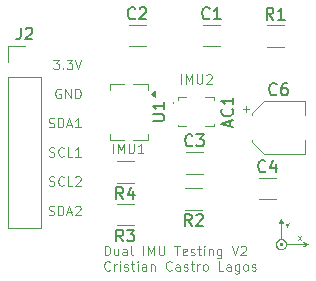
<source format=gbr>
%TF.GenerationSoftware,KiCad,Pcbnew,9.0.6*%
%TF.CreationDate,2026-01-27T06:15:12-03:00*%
%TF.ProjectId,dual IMU_moduleV2,6475616c-2049-44d5-955f-6d6f64756c65,rev?*%
%TF.SameCoordinates,Original*%
%TF.FileFunction,Legend,Top*%
%TF.FilePolarity,Positive*%
%FSLAX46Y46*%
G04 Gerber Fmt 4.6, Leading zero omitted, Abs format (unit mm)*
G04 Created by KiCad (PCBNEW 9.0.6) date 2026-01-27 06:15:12*
%MOMM*%
%LPD*%
G01*
G04 APERTURE LIST*
%ADD10C,0.100000*%
%ADD11C,0.150000*%
%ADD12C,0.120000*%
%ADD13C,0.000000*%
G04 APERTURE END LIST*
D10*
X134576265Y-91558940D02*
X134576265Y-90758940D01*
X134576265Y-90758940D02*
X134766741Y-90758940D01*
X134766741Y-90758940D02*
X134881027Y-90797035D01*
X134881027Y-90797035D02*
X134957217Y-90873225D01*
X134957217Y-90873225D02*
X134995312Y-90949416D01*
X134995312Y-90949416D02*
X135033408Y-91101797D01*
X135033408Y-91101797D02*
X135033408Y-91216083D01*
X135033408Y-91216083D02*
X134995312Y-91368464D01*
X134995312Y-91368464D02*
X134957217Y-91444654D01*
X134957217Y-91444654D02*
X134881027Y-91520845D01*
X134881027Y-91520845D02*
X134766741Y-91558940D01*
X134766741Y-91558940D02*
X134576265Y-91558940D01*
X135719122Y-91025606D02*
X135719122Y-91558940D01*
X135376265Y-91025606D02*
X135376265Y-91444654D01*
X135376265Y-91444654D02*
X135414360Y-91520845D01*
X135414360Y-91520845D02*
X135490550Y-91558940D01*
X135490550Y-91558940D02*
X135604836Y-91558940D01*
X135604836Y-91558940D02*
X135681027Y-91520845D01*
X135681027Y-91520845D02*
X135719122Y-91482749D01*
X136442932Y-91558940D02*
X136442932Y-91139892D01*
X136442932Y-91139892D02*
X136404837Y-91063702D01*
X136404837Y-91063702D02*
X136328646Y-91025606D01*
X136328646Y-91025606D02*
X136176265Y-91025606D01*
X136176265Y-91025606D02*
X136100075Y-91063702D01*
X136442932Y-91520845D02*
X136366741Y-91558940D01*
X136366741Y-91558940D02*
X136176265Y-91558940D01*
X136176265Y-91558940D02*
X136100075Y-91520845D01*
X136100075Y-91520845D02*
X136061979Y-91444654D01*
X136061979Y-91444654D02*
X136061979Y-91368464D01*
X136061979Y-91368464D02*
X136100075Y-91292273D01*
X136100075Y-91292273D02*
X136176265Y-91254178D01*
X136176265Y-91254178D02*
X136366741Y-91254178D01*
X136366741Y-91254178D02*
X136442932Y-91216083D01*
X136938170Y-91558940D02*
X136861980Y-91520845D01*
X136861980Y-91520845D02*
X136823885Y-91444654D01*
X136823885Y-91444654D02*
X136823885Y-90758940D01*
X137852457Y-91558940D02*
X137852457Y-90758940D01*
X138233409Y-91558940D02*
X138233409Y-90758940D01*
X138233409Y-90758940D02*
X138500075Y-91330368D01*
X138500075Y-91330368D02*
X138766742Y-90758940D01*
X138766742Y-90758940D02*
X138766742Y-91558940D01*
X139147695Y-90758940D02*
X139147695Y-91406559D01*
X139147695Y-91406559D02*
X139185790Y-91482749D01*
X139185790Y-91482749D02*
X139223885Y-91520845D01*
X139223885Y-91520845D02*
X139300076Y-91558940D01*
X139300076Y-91558940D02*
X139452457Y-91558940D01*
X139452457Y-91558940D02*
X139528647Y-91520845D01*
X139528647Y-91520845D02*
X139566742Y-91482749D01*
X139566742Y-91482749D02*
X139604838Y-91406559D01*
X139604838Y-91406559D02*
X139604838Y-90758940D01*
X140481028Y-90758940D02*
X140938171Y-90758940D01*
X140709599Y-91558940D02*
X140709599Y-90758940D01*
X141509600Y-91520845D02*
X141433409Y-91558940D01*
X141433409Y-91558940D02*
X141281028Y-91558940D01*
X141281028Y-91558940D02*
X141204838Y-91520845D01*
X141204838Y-91520845D02*
X141166742Y-91444654D01*
X141166742Y-91444654D02*
X141166742Y-91139892D01*
X141166742Y-91139892D02*
X141204838Y-91063702D01*
X141204838Y-91063702D02*
X141281028Y-91025606D01*
X141281028Y-91025606D02*
X141433409Y-91025606D01*
X141433409Y-91025606D02*
X141509600Y-91063702D01*
X141509600Y-91063702D02*
X141547695Y-91139892D01*
X141547695Y-91139892D02*
X141547695Y-91216083D01*
X141547695Y-91216083D02*
X141166742Y-91292273D01*
X141852456Y-91520845D02*
X141928647Y-91558940D01*
X141928647Y-91558940D02*
X142081028Y-91558940D01*
X142081028Y-91558940D02*
X142157218Y-91520845D01*
X142157218Y-91520845D02*
X142195314Y-91444654D01*
X142195314Y-91444654D02*
X142195314Y-91406559D01*
X142195314Y-91406559D02*
X142157218Y-91330368D01*
X142157218Y-91330368D02*
X142081028Y-91292273D01*
X142081028Y-91292273D02*
X141966742Y-91292273D01*
X141966742Y-91292273D02*
X141890552Y-91254178D01*
X141890552Y-91254178D02*
X141852456Y-91177987D01*
X141852456Y-91177987D02*
X141852456Y-91139892D01*
X141852456Y-91139892D02*
X141890552Y-91063702D01*
X141890552Y-91063702D02*
X141966742Y-91025606D01*
X141966742Y-91025606D02*
X142081028Y-91025606D01*
X142081028Y-91025606D02*
X142157218Y-91063702D01*
X142423885Y-91025606D02*
X142728647Y-91025606D01*
X142538171Y-90758940D02*
X142538171Y-91444654D01*
X142538171Y-91444654D02*
X142576266Y-91520845D01*
X142576266Y-91520845D02*
X142652456Y-91558940D01*
X142652456Y-91558940D02*
X142728647Y-91558940D01*
X142995314Y-91558940D02*
X142995314Y-91025606D01*
X142995314Y-90758940D02*
X142957218Y-90797035D01*
X142957218Y-90797035D02*
X142995314Y-90835130D01*
X142995314Y-90835130D02*
X143033409Y-90797035D01*
X143033409Y-90797035D02*
X142995314Y-90758940D01*
X142995314Y-90758940D02*
X142995314Y-90835130D01*
X143376266Y-91025606D02*
X143376266Y-91558940D01*
X143376266Y-91101797D02*
X143414361Y-91063702D01*
X143414361Y-91063702D02*
X143490551Y-91025606D01*
X143490551Y-91025606D02*
X143604837Y-91025606D01*
X143604837Y-91025606D02*
X143681028Y-91063702D01*
X143681028Y-91063702D02*
X143719123Y-91139892D01*
X143719123Y-91139892D02*
X143719123Y-91558940D01*
X144442933Y-91025606D02*
X144442933Y-91673225D01*
X144442933Y-91673225D02*
X144404838Y-91749416D01*
X144404838Y-91749416D02*
X144366742Y-91787511D01*
X144366742Y-91787511D02*
X144290552Y-91825606D01*
X144290552Y-91825606D02*
X144176266Y-91825606D01*
X144176266Y-91825606D02*
X144100076Y-91787511D01*
X144442933Y-91520845D02*
X144366742Y-91558940D01*
X144366742Y-91558940D02*
X144214361Y-91558940D01*
X144214361Y-91558940D02*
X144138171Y-91520845D01*
X144138171Y-91520845D02*
X144100076Y-91482749D01*
X144100076Y-91482749D02*
X144061980Y-91406559D01*
X144061980Y-91406559D02*
X144061980Y-91177987D01*
X144061980Y-91177987D02*
X144100076Y-91101797D01*
X144100076Y-91101797D02*
X144138171Y-91063702D01*
X144138171Y-91063702D02*
X144214361Y-91025606D01*
X144214361Y-91025606D02*
X144366742Y-91025606D01*
X144366742Y-91025606D02*
X144442933Y-91063702D01*
X145319124Y-90758940D02*
X145585791Y-91558940D01*
X145585791Y-91558940D02*
X145852457Y-90758940D01*
X146081028Y-90835130D02*
X146119124Y-90797035D01*
X146119124Y-90797035D02*
X146195314Y-90758940D01*
X146195314Y-90758940D02*
X146385790Y-90758940D01*
X146385790Y-90758940D02*
X146461981Y-90797035D01*
X146461981Y-90797035D02*
X146500076Y-90835130D01*
X146500076Y-90835130D02*
X146538171Y-90911321D01*
X146538171Y-90911321D02*
X146538171Y-90987511D01*
X146538171Y-90987511D02*
X146500076Y-91101797D01*
X146500076Y-91101797D02*
X146042933Y-91558940D01*
X146042933Y-91558940D02*
X146538171Y-91558940D01*
X135033408Y-92770704D02*
X134995312Y-92808800D01*
X134995312Y-92808800D02*
X134881027Y-92846895D01*
X134881027Y-92846895D02*
X134804836Y-92846895D01*
X134804836Y-92846895D02*
X134690550Y-92808800D01*
X134690550Y-92808800D02*
X134614360Y-92732609D01*
X134614360Y-92732609D02*
X134576265Y-92656419D01*
X134576265Y-92656419D02*
X134538169Y-92504038D01*
X134538169Y-92504038D02*
X134538169Y-92389752D01*
X134538169Y-92389752D02*
X134576265Y-92237371D01*
X134576265Y-92237371D02*
X134614360Y-92161180D01*
X134614360Y-92161180D02*
X134690550Y-92084990D01*
X134690550Y-92084990D02*
X134804836Y-92046895D01*
X134804836Y-92046895D02*
X134881027Y-92046895D01*
X134881027Y-92046895D02*
X134995312Y-92084990D01*
X134995312Y-92084990D02*
X135033408Y-92123085D01*
X135376265Y-92846895D02*
X135376265Y-92313561D01*
X135376265Y-92465942D02*
X135414360Y-92389752D01*
X135414360Y-92389752D02*
X135452455Y-92351657D01*
X135452455Y-92351657D02*
X135528646Y-92313561D01*
X135528646Y-92313561D02*
X135604836Y-92313561D01*
X135871503Y-92846895D02*
X135871503Y-92313561D01*
X135871503Y-92046895D02*
X135833407Y-92084990D01*
X135833407Y-92084990D02*
X135871503Y-92123085D01*
X135871503Y-92123085D02*
X135909598Y-92084990D01*
X135909598Y-92084990D02*
X135871503Y-92046895D01*
X135871503Y-92046895D02*
X135871503Y-92123085D01*
X136214359Y-92808800D02*
X136290550Y-92846895D01*
X136290550Y-92846895D02*
X136442931Y-92846895D01*
X136442931Y-92846895D02*
X136519121Y-92808800D01*
X136519121Y-92808800D02*
X136557217Y-92732609D01*
X136557217Y-92732609D02*
X136557217Y-92694514D01*
X136557217Y-92694514D02*
X136519121Y-92618323D01*
X136519121Y-92618323D02*
X136442931Y-92580228D01*
X136442931Y-92580228D02*
X136328645Y-92580228D01*
X136328645Y-92580228D02*
X136252455Y-92542133D01*
X136252455Y-92542133D02*
X136214359Y-92465942D01*
X136214359Y-92465942D02*
X136214359Y-92427847D01*
X136214359Y-92427847D02*
X136252455Y-92351657D01*
X136252455Y-92351657D02*
X136328645Y-92313561D01*
X136328645Y-92313561D02*
X136442931Y-92313561D01*
X136442931Y-92313561D02*
X136519121Y-92351657D01*
X136785788Y-92313561D02*
X137090550Y-92313561D01*
X136900074Y-92046895D02*
X136900074Y-92732609D01*
X136900074Y-92732609D02*
X136938169Y-92808800D01*
X136938169Y-92808800D02*
X137014359Y-92846895D01*
X137014359Y-92846895D02*
X137090550Y-92846895D01*
X137357217Y-92846895D02*
X137357217Y-92313561D01*
X137357217Y-92046895D02*
X137319121Y-92084990D01*
X137319121Y-92084990D02*
X137357217Y-92123085D01*
X137357217Y-92123085D02*
X137395312Y-92084990D01*
X137395312Y-92084990D02*
X137357217Y-92046895D01*
X137357217Y-92046895D02*
X137357217Y-92123085D01*
X138081026Y-92846895D02*
X138081026Y-92427847D01*
X138081026Y-92427847D02*
X138042931Y-92351657D01*
X138042931Y-92351657D02*
X137966740Y-92313561D01*
X137966740Y-92313561D02*
X137814359Y-92313561D01*
X137814359Y-92313561D02*
X137738169Y-92351657D01*
X138081026Y-92808800D02*
X138004835Y-92846895D01*
X138004835Y-92846895D02*
X137814359Y-92846895D01*
X137814359Y-92846895D02*
X137738169Y-92808800D01*
X137738169Y-92808800D02*
X137700073Y-92732609D01*
X137700073Y-92732609D02*
X137700073Y-92656419D01*
X137700073Y-92656419D02*
X137738169Y-92580228D01*
X137738169Y-92580228D02*
X137814359Y-92542133D01*
X137814359Y-92542133D02*
X138004835Y-92542133D01*
X138004835Y-92542133D02*
X138081026Y-92504038D01*
X138461979Y-92313561D02*
X138461979Y-92846895D01*
X138461979Y-92389752D02*
X138500074Y-92351657D01*
X138500074Y-92351657D02*
X138576264Y-92313561D01*
X138576264Y-92313561D02*
X138690550Y-92313561D01*
X138690550Y-92313561D02*
X138766741Y-92351657D01*
X138766741Y-92351657D02*
X138804836Y-92427847D01*
X138804836Y-92427847D02*
X138804836Y-92846895D01*
X140252456Y-92770704D02*
X140214360Y-92808800D01*
X140214360Y-92808800D02*
X140100075Y-92846895D01*
X140100075Y-92846895D02*
X140023884Y-92846895D01*
X140023884Y-92846895D02*
X139909598Y-92808800D01*
X139909598Y-92808800D02*
X139833408Y-92732609D01*
X139833408Y-92732609D02*
X139795313Y-92656419D01*
X139795313Y-92656419D02*
X139757217Y-92504038D01*
X139757217Y-92504038D02*
X139757217Y-92389752D01*
X139757217Y-92389752D02*
X139795313Y-92237371D01*
X139795313Y-92237371D02*
X139833408Y-92161180D01*
X139833408Y-92161180D02*
X139909598Y-92084990D01*
X139909598Y-92084990D02*
X140023884Y-92046895D01*
X140023884Y-92046895D02*
X140100075Y-92046895D01*
X140100075Y-92046895D02*
X140214360Y-92084990D01*
X140214360Y-92084990D02*
X140252456Y-92123085D01*
X140938170Y-92846895D02*
X140938170Y-92427847D01*
X140938170Y-92427847D02*
X140900075Y-92351657D01*
X140900075Y-92351657D02*
X140823884Y-92313561D01*
X140823884Y-92313561D02*
X140671503Y-92313561D01*
X140671503Y-92313561D02*
X140595313Y-92351657D01*
X140938170Y-92808800D02*
X140861979Y-92846895D01*
X140861979Y-92846895D02*
X140671503Y-92846895D01*
X140671503Y-92846895D02*
X140595313Y-92808800D01*
X140595313Y-92808800D02*
X140557217Y-92732609D01*
X140557217Y-92732609D02*
X140557217Y-92656419D01*
X140557217Y-92656419D02*
X140595313Y-92580228D01*
X140595313Y-92580228D02*
X140671503Y-92542133D01*
X140671503Y-92542133D02*
X140861979Y-92542133D01*
X140861979Y-92542133D02*
X140938170Y-92504038D01*
X141281027Y-92808800D02*
X141357218Y-92846895D01*
X141357218Y-92846895D02*
X141509599Y-92846895D01*
X141509599Y-92846895D02*
X141585789Y-92808800D01*
X141585789Y-92808800D02*
X141623885Y-92732609D01*
X141623885Y-92732609D02*
X141623885Y-92694514D01*
X141623885Y-92694514D02*
X141585789Y-92618323D01*
X141585789Y-92618323D02*
X141509599Y-92580228D01*
X141509599Y-92580228D02*
X141395313Y-92580228D01*
X141395313Y-92580228D02*
X141319123Y-92542133D01*
X141319123Y-92542133D02*
X141281027Y-92465942D01*
X141281027Y-92465942D02*
X141281027Y-92427847D01*
X141281027Y-92427847D02*
X141319123Y-92351657D01*
X141319123Y-92351657D02*
X141395313Y-92313561D01*
X141395313Y-92313561D02*
X141509599Y-92313561D01*
X141509599Y-92313561D02*
X141585789Y-92351657D01*
X141852456Y-92313561D02*
X142157218Y-92313561D01*
X141966742Y-92046895D02*
X141966742Y-92732609D01*
X141966742Y-92732609D02*
X142004837Y-92808800D01*
X142004837Y-92808800D02*
X142081027Y-92846895D01*
X142081027Y-92846895D02*
X142157218Y-92846895D01*
X142423885Y-92846895D02*
X142423885Y-92313561D01*
X142423885Y-92465942D02*
X142461980Y-92389752D01*
X142461980Y-92389752D02*
X142500075Y-92351657D01*
X142500075Y-92351657D02*
X142576266Y-92313561D01*
X142576266Y-92313561D02*
X142652456Y-92313561D01*
X143033408Y-92846895D02*
X142957218Y-92808800D01*
X142957218Y-92808800D02*
X142919123Y-92770704D01*
X142919123Y-92770704D02*
X142881027Y-92694514D01*
X142881027Y-92694514D02*
X142881027Y-92465942D01*
X142881027Y-92465942D02*
X142919123Y-92389752D01*
X142919123Y-92389752D02*
X142957218Y-92351657D01*
X142957218Y-92351657D02*
X143033408Y-92313561D01*
X143033408Y-92313561D02*
X143147694Y-92313561D01*
X143147694Y-92313561D02*
X143223885Y-92351657D01*
X143223885Y-92351657D02*
X143261980Y-92389752D01*
X143261980Y-92389752D02*
X143300075Y-92465942D01*
X143300075Y-92465942D02*
X143300075Y-92694514D01*
X143300075Y-92694514D02*
X143261980Y-92770704D01*
X143261980Y-92770704D02*
X143223885Y-92808800D01*
X143223885Y-92808800D02*
X143147694Y-92846895D01*
X143147694Y-92846895D02*
X143033408Y-92846895D01*
X144633409Y-92846895D02*
X144252457Y-92846895D01*
X144252457Y-92846895D02*
X144252457Y-92046895D01*
X145242933Y-92846895D02*
X145242933Y-92427847D01*
X145242933Y-92427847D02*
X145204838Y-92351657D01*
X145204838Y-92351657D02*
X145128647Y-92313561D01*
X145128647Y-92313561D02*
X144976266Y-92313561D01*
X144976266Y-92313561D02*
X144900076Y-92351657D01*
X145242933Y-92808800D02*
X145166742Y-92846895D01*
X145166742Y-92846895D02*
X144976266Y-92846895D01*
X144976266Y-92846895D02*
X144900076Y-92808800D01*
X144900076Y-92808800D02*
X144861980Y-92732609D01*
X144861980Y-92732609D02*
X144861980Y-92656419D01*
X144861980Y-92656419D02*
X144900076Y-92580228D01*
X144900076Y-92580228D02*
X144976266Y-92542133D01*
X144976266Y-92542133D02*
X145166742Y-92542133D01*
X145166742Y-92542133D02*
X145242933Y-92504038D01*
X145966743Y-92313561D02*
X145966743Y-92961180D01*
X145966743Y-92961180D02*
X145928648Y-93037371D01*
X145928648Y-93037371D02*
X145890552Y-93075466D01*
X145890552Y-93075466D02*
X145814362Y-93113561D01*
X145814362Y-93113561D02*
X145700076Y-93113561D01*
X145700076Y-93113561D02*
X145623886Y-93075466D01*
X145966743Y-92808800D02*
X145890552Y-92846895D01*
X145890552Y-92846895D02*
X145738171Y-92846895D01*
X145738171Y-92846895D02*
X145661981Y-92808800D01*
X145661981Y-92808800D02*
X145623886Y-92770704D01*
X145623886Y-92770704D02*
X145585790Y-92694514D01*
X145585790Y-92694514D02*
X145585790Y-92465942D01*
X145585790Y-92465942D02*
X145623886Y-92389752D01*
X145623886Y-92389752D02*
X145661981Y-92351657D01*
X145661981Y-92351657D02*
X145738171Y-92313561D01*
X145738171Y-92313561D02*
X145890552Y-92313561D01*
X145890552Y-92313561D02*
X145966743Y-92351657D01*
X146461981Y-92846895D02*
X146385791Y-92808800D01*
X146385791Y-92808800D02*
X146347696Y-92770704D01*
X146347696Y-92770704D02*
X146309600Y-92694514D01*
X146309600Y-92694514D02*
X146309600Y-92465942D01*
X146309600Y-92465942D02*
X146347696Y-92389752D01*
X146347696Y-92389752D02*
X146385791Y-92351657D01*
X146385791Y-92351657D02*
X146461981Y-92313561D01*
X146461981Y-92313561D02*
X146576267Y-92313561D01*
X146576267Y-92313561D02*
X146652458Y-92351657D01*
X146652458Y-92351657D02*
X146690553Y-92389752D01*
X146690553Y-92389752D02*
X146728648Y-92465942D01*
X146728648Y-92465942D02*
X146728648Y-92694514D01*
X146728648Y-92694514D02*
X146690553Y-92770704D01*
X146690553Y-92770704D02*
X146652458Y-92808800D01*
X146652458Y-92808800D02*
X146576267Y-92846895D01*
X146576267Y-92846895D02*
X146461981Y-92846895D01*
X147033410Y-92808800D02*
X147109601Y-92846895D01*
X147109601Y-92846895D02*
X147261982Y-92846895D01*
X147261982Y-92846895D02*
X147338172Y-92808800D01*
X147338172Y-92808800D02*
X147376268Y-92732609D01*
X147376268Y-92732609D02*
X147376268Y-92694514D01*
X147376268Y-92694514D02*
X147338172Y-92618323D01*
X147338172Y-92618323D02*
X147261982Y-92580228D01*
X147261982Y-92580228D02*
X147147696Y-92580228D01*
X147147696Y-92580228D02*
X147071506Y-92542133D01*
X147071506Y-92542133D02*
X147033410Y-92465942D01*
X147033410Y-92465942D02*
X147033410Y-92427847D01*
X147033410Y-92427847D02*
X147071506Y-92351657D01*
X147071506Y-92351657D02*
X147147696Y-92313561D01*
X147147696Y-92313561D02*
X147261982Y-92313561D01*
X147261982Y-92313561D02*
X147338172Y-92351657D01*
X135296265Y-82906895D02*
X135296265Y-82106895D01*
X135677217Y-82906895D02*
X135677217Y-82106895D01*
X135677217Y-82106895D02*
X135943883Y-82678323D01*
X135943883Y-82678323D02*
X136210550Y-82106895D01*
X136210550Y-82106895D02*
X136210550Y-82906895D01*
X136591503Y-82106895D02*
X136591503Y-82754514D01*
X136591503Y-82754514D02*
X136629598Y-82830704D01*
X136629598Y-82830704D02*
X136667693Y-82868800D01*
X136667693Y-82868800D02*
X136743884Y-82906895D01*
X136743884Y-82906895D02*
X136896265Y-82906895D01*
X136896265Y-82906895D02*
X136972455Y-82868800D01*
X136972455Y-82868800D02*
X137010550Y-82830704D01*
X137010550Y-82830704D02*
X137048646Y-82754514D01*
X137048646Y-82754514D02*
X137048646Y-82106895D01*
X137848645Y-82906895D02*
X137391502Y-82906895D01*
X137620074Y-82906895D02*
X137620074Y-82106895D01*
X137620074Y-82106895D02*
X137543883Y-82221180D01*
X137543883Y-82221180D02*
X137467693Y-82297371D01*
X137467693Y-82297371D02*
X137391502Y-82335466D01*
X129826740Y-88120800D02*
X129941026Y-88158895D01*
X129941026Y-88158895D02*
X130131502Y-88158895D01*
X130131502Y-88158895D02*
X130207693Y-88120800D01*
X130207693Y-88120800D02*
X130245788Y-88082704D01*
X130245788Y-88082704D02*
X130283883Y-88006514D01*
X130283883Y-88006514D02*
X130283883Y-87930323D01*
X130283883Y-87930323D02*
X130245788Y-87854133D01*
X130245788Y-87854133D02*
X130207693Y-87816038D01*
X130207693Y-87816038D02*
X130131502Y-87777942D01*
X130131502Y-87777942D02*
X129979121Y-87739847D01*
X129979121Y-87739847D02*
X129902931Y-87701752D01*
X129902931Y-87701752D02*
X129864836Y-87663657D01*
X129864836Y-87663657D02*
X129826740Y-87587466D01*
X129826740Y-87587466D02*
X129826740Y-87511276D01*
X129826740Y-87511276D02*
X129864836Y-87435085D01*
X129864836Y-87435085D02*
X129902931Y-87396990D01*
X129902931Y-87396990D02*
X129979121Y-87358895D01*
X129979121Y-87358895D02*
X130169598Y-87358895D01*
X130169598Y-87358895D02*
X130283883Y-87396990D01*
X130626741Y-88158895D02*
X130626741Y-87358895D01*
X130626741Y-87358895D02*
X130817217Y-87358895D01*
X130817217Y-87358895D02*
X130931503Y-87396990D01*
X130931503Y-87396990D02*
X131007693Y-87473180D01*
X131007693Y-87473180D02*
X131045788Y-87549371D01*
X131045788Y-87549371D02*
X131083884Y-87701752D01*
X131083884Y-87701752D02*
X131083884Y-87816038D01*
X131083884Y-87816038D02*
X131045788Y-87968419D01*
X131045788Y-87968419D02*
X131007693Y-88044609D01*
X131007693Y-88044609D02*
X130931503Y-88120800D01*
X130931503Y-88120800D02*
X130817217Y-88158895D01*
X130817217Y-88158895D02*
X130626741Y-88158895D01*
X131388645Y-87930323D02*
X131769598Y-87930323D01*
X131312455Y-88158895D02*
X131579122Y-87358895D01*
X131579122Y-87358895D02*
X131845788Y-88158895D01*
X132074359Y-87435085D02*
X132112455Y-87396990D01*
X132112455Y-87396990D02*
X132188645Y-87358895D01*
X132188645Y-87358895D02*
X132379121Y-87358895D01*
X132379121Y-87358895D02*
X132455312Y-87396990D01*
X132455312Y-87396990D02*
X132493407Y-87435085D01*
X132493407Y-87435085D02*
X132531502Y-87511276D01*
X132531502Y-87511276D02*
X132531502Y-87587466D01*
X132531502Y-87587466D02*
X132493407Y-87701752D01*
X132493407Y-87701752D02*
X132036264Y-88158895D01*
X132036264Y-88158895D02*
X132531502Y-88158895D01*
X129864835Y-83168800D02*
X129979121Y-83206895D01*
X129979121Y-83206895D02*
X130169597Y-83206895D01*
X130169597Y-83206895D02*
X130245788Y-83168800D01*
X130245788Y-83168800D02*
X130283883Y-83130704D01*
X130283883Y-83130704D02*
X130321978Y-83054514D01*
X130321978Y-83054514D02*
X130321978Y-82978323D01*
X130321978Y-82978323D02*
X130283883Y-82902133D01*
X130283883Y-82902133D02*
X130245788Y-82864038D01*
X130245788Y-82864038D02*
X130169597Y-82825942D01*
X130169597Y-82825942D02*
X130017216Y-82787847D01*
X130017216Y-82787847D02*
X129941026Y-82749752D01*
X129941026Y-82749752D02*
X129902931Y-82711657D01*
X129902931Y-82711657D02*
X129864835Y-82635466D01*
X129864835Y-82635466D02*
X129864835Y-82559276D01*
X129864835Y-82559276D02*
X129902931Y-82483085D01*
X129902931Y-82483085D02*
X129941026Y-82444990D01*
X129941026Y-82444990D02*
X130017216Y-82406895D01*
X130017216Y-82406895D02*
X130207693Y-82406895D01*
X130207693Y-82406895D02*
X130321978Y-82444990D01*
X131121979Y-83130704D02*
X131083883Y-83168800D01*
X131083883Y-83168800D02*
X130969598Y-83206895D01*
X130969598Y-83206895D02*
X130893407Y-83206895D01*
X130893407Y-83206895D02*
X130779121Y-83168800D01*
X130779121Y-83168800D02*
X130702931Y-83092609D01*
X130702931Y-83092609D02*
X130664836Y-83016419D01*
X130664836Y-83016419D02*
X130626740Y-82864038D01*
X130626740Y-82864038D02*
X130626740Y-82749752D01*
X130626740Y-82749752D02*
X130664836Y-82597371D01*
X130664836Y-82597371D02*
X130702931Y-82521180D01*
X130702931Y-82521180D02*
X130779121Y-82444990D01*
X130779121Y-82444990D02*
X130893407Y-82406895D01*
X130893407Y-82406895D02*
X130969598Y-82406895D01*
X130969598Y-82406895D02*
X131083883Y-82444990D01*
X131083883Y-82444990D02*
X131121979Y-82483085D01*
X131845788Y-83206895D02*
X131464836Y-83206895D01*
X131464836Y-83206895D02*
X131464836Y-82406895D01*
X132531502Y-83206895D02*
X132074359Y-83206895D01*
X132302931Y-83206895D02*
X132302931Y-82406895D01*
X132302931Y-82406895D02*
X132226740Y-82521180D01*
X132226740Y-82521180D02*
X132150550Y-82597371D01*
X132150550Y-82597371D02*
X132074359Y-82635466D01*
X141076265Y-77046895D02*
X141076265Y-76246895D01*
X141457217Y-77046895D02*
X141457217Y-76246895D01*
X141457217Y-76246895D02*
X141723883Y-76818323D01*
X141723883Y-76818323D02*
X141990550Y-76246895D01*
X141990550Y-76246895D02*
X141990550Y-77046895D01*
X142371503Y-76246895D02*
X142371503Y-76894514D01*
X142371503Y-76894514D02*
X142409598Y-76970704D01*
X142409598Y-76970704D02*
X142447693Y-77008800D01*
X142447693Y-77008800D02*
X142523884Y-77046895D01*
X142523884Y-77046895D02*
X142676265Y-77046895D01*
X142676265Y-77046895D02*
X142752455Y-77008800D01*
X142752455Y-77008800D02*
X142790550Y-76970704D01*
X142790550Y-76970704D02*
X142828646Y-76894514D01*
X142828646Y-76894514D02*
X142828646Y-76246895D01*
X143171502Y-76323085D02*
X143209598Y-76284990D01*
X143209598Y-76284990D02*
X143285788Y-76246895D01*
X143285788Y-76246895D02*
X143476264Y-76246895D01*
X143476264Y-76246895D02*
X143552455Y-76284990D01*
X143552455Y-76284990D02*
X143590550Y-76323085D01*
X143590550Y-76323085D02*
X143628645Y-76399276D01*
X143628645Y-76399276D02*
X143628645Y-76475466D01*
X143628645Y-76475466D02*
X143590550Y-76589752D01*
X143590550Y-76589752D02*
X143133407Y-77046895D01*
X143133407Y-77046895D02*
X143628645Y-77046895D01*
X129826740Y-80692800D02*
X129941026Y-80730895D01*
X129941026Y-80730895D02*
X130131502Y-80730895D01*
X130131502Y-80730895D02*
X130207693Y-80692800D01*
X130207693Y-80692800D02*
X130245788Y-80654704D01*
X130245788Y-80654704D02*
X130283883Y-80578514D01*
X130283883Y-80578514D02*
X130283883Y-80502323D01*
X130283883Y-80502323D02*
X130245788Y-80426133D01*
X130245788Y-80426133D02*
X130207693Y-80388038D01*
X130207693Y-80388038D02*
X130131502Y-80349942D01*
X130131502Y-80349942D02*
X129979121Y-80311847D01*
X129979121Y-80311847D02*
X129902931Y-80273752D01*
X129902931Y-80273752D02*
X129864836Y-80235657D01*
X129864836Y-80235657D02*
X129826740Y-80159466D01*
X129826740Y-80159466D02*
X129826740Y-80083276D01*
X129826740Y-80083276D02*
X129864836Y-80007085D01*
X129864836Y-80007085D02*
X129902931Y-79968990D01*
X129902931Y-79968990D02*
X129979121Y-79930895D01*
X129979121Y-79930895D02*
X130169598Y-79930895D01*
X130169598Y-79930895D02*
X130283883Y-79968990D01*
X130626741Y-80730895D02*
X130626741Y-79930895D01*
X130626741Y-79930895D02*
X130817217Y-79930895D01*
X130817217Y-79930895D02*
X130931503Y-79968990D01*
X130931503Y-79968990D02*
X131007693Y-80045180D01*
X131007693Y-80045180D02*
X131045788Y-80121371D01*
X131045788Y-80121371D02*
X131083884Y-80273752D01*
X131083884Y-80273752D02*
X131083884Y-80388038D01*
X131083884Y-80388038D02*
X131045788Y-80540419D01*
X131045788Y-80540419D02*
X131007693Y-80616609D01*
X131007693Y-80616609D02*
X130931503Y-80692800D01*
X130931503Y-80692800D02*
X130817217Y-80730895D01*
X130817217Y-80730895D02*
X130626741Y-80730895D01*
X131388645Y-80502323D02*
X131769598Y-80502323D01*
X131312455Y-80730895D02*
X131579122Y-79930895D01*
X131579122Y-79930895D02*
X131845788Y-80730895D01*
X132531502Y-80730895D02*
X132074359Y-80730895D01*
X132302931Y-80730895D02*
X132302931Y-79930895D01*
X132302931Y-79930895D02*
X132226740Y-80045180D01*
X132226740Y-80045180D02*
X132150550Y-80121371D01*
X132150550Y-80121371D02*
X132074359Y-80159466D01*
X129864835Y-85644800D02*
X129979121Y-85682895D01*
X129979121Y-85682895D02*
X130169597Y-85682895D01*
X130169597Y-85682895D02*
X130245788Y-85644800D01*
X130245788Y-85644800D02*
X130283883Y-85606704D01*
X130283883Y-85606704D02*
X130321978Y-85530514D01*
X130321978Y-85530514D02*
X130321978Y-85454323D01*
X130321978Y-85454323D02*
X130283883Y-85378133D01*
X130283883Y-85378133D02*
X130245788Y-85340038D01*
X130245788Y-85340038D02*
X130169597Y-85301942D01*
X130169597Y-85301942D02*
X130017216Y-85263847D01*
X130017216Y-85263847D02*
X129941026Y-85225752D01*
X129941026Y-85225752D02*
X129902931Y-85187657D01*
X129902931Y-85187657D02*
X129864835Y-85111466D01*
X129864835Y-85111466D02*
X129864835Y-85035276D01*
X129864835Y-85035276D02*
X129902931Y-84959085D01*
X129902931Y-84959085D02*
X129941026Y-84920990D01*
X129941026Y-84920990D02*
X130017216Y-84882895D01*
X130017216Y-84882895D02*
X130207693Y-84882895D01*
X130207693Y-84882895D02*
X130321978Y-84920990D01*
X131121979Y-85606704D02*
X131083883Y-85644800D01*
X131083883Y-85644800D02*
X130969598Y-85682895D01*
X130969598Y-85682895D02*
X130893407Y-85682895D01*
X130893407Y-85682895D02*
X130779121Y-85644800D01*
X130779121Y-85644800D02*
X130702931Y-85568609D01*
X130702931Y-85568609D02*
X130664836Y-85492419D01*
X130664836Y-85492419D02*
X130626740Y-85340038D01*
X130626740Y-85340038D02*
X130626740Y-85225752D01*
X130626740Y-85225752D02*
X130664836Y-85073371D01*
X130664836Y-85073371D02*
X130702931Y-84997180D01*
X130702931Y-84997180D02*
X130779121Y-84920990D01*
X130779121Y-84920990D02*
X130893407Y-84882895D01*
X130893407Y-84882895D02*
X130969598Y-84882895D01*
X130969598Y-84882895D02*
X131083883Y-84920990D01*
X131083883Y-84920990D02*
X131121979Y-84959085D01*
X131845788Y-85682895D02*
X131464836Y-85682895D01*
X131464836Y-85682895D02*
X131464836Y-84882895D01*
X132074359Y-84959085D02*
X132112455Y-84920990D01*
X132112455Y-84920990D02*
X132188645Y-84882895D01*
X132188645Y-84882895D02*
X132379121Y-84882895D01*
X132379121Y-84882895D02*
X132455312Y-84920990D01*
X132455312Y-84920990D02*
X132493407Y-84959085D01*
X132493407Y-84959085D02*
X132531502Y-85035276D01*
X132531502Y-85035276D02*
X132531502Y-85111466D01*
X132531502Y-85111466D02*
X132493407Y-85225752D01*
X132493407Y-85225752D02*
X132036264Y-85682895D01*
X132036264Y-85682895D02*
X132531502Y-85682895D01*
X130855312Y-77492990D02*
X130779122Y-77454895D01*
X130779122Y-77454895D02*
X130664836Y-77454895D01*
X130664836Y-77454895D02*
X130550550Y-77492990D01*
X130550550Y-77492990D02*
X130474360Y-77569180D01*
X130474360Y-77569180D02*
X130436265Y-77645371D01*
X130436265Y-77645371D02*
X130398169Y-77797752D01*
X130398169Y-77797752D02*
X130398169Y-77912038D01*
X130398169Y-77912038D02*
X130436265Y-78064419D01*
X130436265Y-78064419D02*
X130474360Y-78140609D01*
X130474360Y-78140609D02*
X130550550Y-78216800D01*
X130550550Y-78216800D02*
X130664836Y-78254895D01*
X130664836Y-78254895D02*
X130741027Y-78254895D01*
X130741027Y-78254895D02*
X130855312Y-78216800D01*
X130855312Y-78216800D02*
X130893408Y-78178704D01*
X130893408Y-78178704D02*
X130893408Y-77912038D01*
X130893408Y-77912038D02*
X130741027Y-77912038D01*
X131236265Y-78254895D02*
X131236265Y-77454895D01*
X131236265Y-77454895D02*
X131693408Y-78254895D01*
X131693408Y-78254895D02*
X131693408Y-77454895D01*
X132074360Y-78254895D02*
X132074360Y-77454895D01*
X132074360Y-77454895D02*
X132264836Y-77454895D01*
X132264836Y-77454895D02*
X132379122Y-77492990D01*
X132379122Y-77492990D02*
X132455312Y-77569180D01*
X132455312Y-77569180D02*
X132493407Y-77645371D01*
X132493407Y-77645371D02*
X132531503Y-77797752D01*
X132531503Y-77797752D02*
X132531503Y-77912038D01*
X132531503Y-77912038D02*
X132493407Y-78064419D01*
X132493407Y-78064419D02*
X132455312Y-78140609D01*
X132455312Y-78140609D02*
X132379122Y-78216800D01*
X132379122Y-78216800D02*
X132264836Y-78254895D01*
X132264836Y-78254895D02*
X132074360Y-78254895D01*
X130207693Y-74978895D02*
X130702931Y-74978895D01*
X130702931Y-74978895D02*
X130436265Y-75283657D01*
X130436265Y-75283657D02*
X130550550Y-75283657D01*
X130550550Y-75283657D02*
X130626741Y-75321752D01*
X130626741Y-75321752D02*
X130664836Y-75359847D01*
X130664836Y-75359847D02*
X130702931Y-75436038D01*
X130702931Y-75436038D02*
X130702931Y-75626514D01*
X130702931Y-75626514D02*
X130664836Y-75702704D01*
X130664836Y-75702704D02*
X130626741Y-75740800D01*
X130626741Y-75740800D02*
X130550550Y-75778895D01*
X130550550Y-75778895D02*
X130321979Y-75778895D01*
X130321979Y-75778895D02*
X130245788Y-75740800D01*
X130245788Y-75740800D02*
X130207693Y-75702704D01*
X131045789Y-75702704D02*
X131083884Y-75740800D01*
X131083884Y-75740800D02*
X131045789Y-75778895D01*
X131045789Y-75778895D02*
X131007693Y-75740800D01*
X131007693Y-75740800D02*
X131045789Y-75702704D01*
X131045789Y-75702704D02*
X131045789Y-75778895D01*
X131350550Y-74978895D02*
X131845788Y-74978895D01*
X131845788Y-74978895D02*
X131579122Y-75283657D01*
X131579122Y-75283657D02*
X131693407Y-75283657D01*
X131693407Y-75283657D02*
X131769598Y-75321752D01*
X131769598Y-75321752D02*
X131807693Y-75359847D01*
X131807693Y-75359847D02*
X131845788Y-75436038D01*
X131845788Y-75436038D02*
X131845788Y-75626514D01*
X131845788Y-75626514D02*
X131807693Y-75702704D01*
X131807693Y-75702704D02*
X131769598Y-75740800D01*
X131769598Y-75740800D02*
X131693407Y-75778895D01*
X131693407Y-75778895D02*
X131464836Y-75778895D01*
X131464836Y-75778895D02*
X131388645Y-75740800D01*
X131388645Y-75740800D02*
X131350550Y-75702704D01*
X132074360Y-74978895D02*
X132341027Y-75778895D01*
X132341027Y-75778895D02*
X132607693Y-74978895D01*
D11*
X149123333Y-77899580D02*
X149075714Y-77947200D01*
X149075714Y-77947200D02*
X148932857Y-77994819D01*
X148932857Y-77994819D02*
X148837619Y-77994819D01*
X148837619Y-77994819D02*
X148694762Y-77947200D01*
X148694762Y-77947200D02*
X148599524Y-77851961D01*
X148599524Y-77851961D02*
X148551905Y-77756723D01*
X148551905Y-77756723D02*
X148504286Y-77566247D01*
X148504286Y-77566247D02*
X148504286Y-77423390D01*
X148504286Y-77423390D02*
X148551905Y-77232914D01*
X148551905Y-77232914D02*
X148599524Y-77137676D01*
X148599524Y-77137676D02*
X148694762Y-77042438D01*
X148694762Y-77042438D02*
X148837619Y-76994819D01*
X148837619Y-76994819D02*
X148932857Y-76994819D01*
X148932857Y-76994819D02*
X149075714Y-77042438D01*
X149075714Y-77042438D02*
X149123333Y-77090057D01*
X149980476Y-76994819D02*
X149790000Y-76994819D01*
X149790000Y-76994819D02*
X149694762Y-77042438D01*
X149694762Y-77042438D02*
X149647143Y-77090057D01*
X149647143Y-77090057D02*
X149551905Y-77232914D01*
X149551905Y-77232914D02*
X149504286Y-77423390D01*
X149504286Y-77423390D02*
X149504286Y-77804342D01*
X149504286Y-77804342D02*
X149551905Y-77899580D01*
X149551905Y-77899580D02*
X149599524Y-77947200D01*
X149599524Y-77947200D02*
X149694762Y-77994819D01*
X149694762Y-77994819D02*
X149885238Y-77994819D01*
X149885238Y-77994819D02*
X149980476Y-77947200D01*
X149980476Y-77947200D02*
X150028095Y-77899580D01*
X150028095Y-77899580D02*
X150075714Y-77804342D01*
X150075714Y-77804342D02*
X150075714Y-77566247D01*
X150075714Y-77566247D02*
X150028095Y-77471009D01*
X150028095Y-77471009D02*
X149980476Y-77423390D01*
X149980476Y-77423390D02*
X149885238Y-77375771D01*
X149885238Y-77375771D02*
X149694762Y-77375771D01*
X149694762Y-77375771D02*
X149599524Y-77423390D01*
X149599524Y-77423390D02*
X149551905Y-77471009D01*
X149551905Y-77471009D02*
X149504286Y-77566247D01*
X136143333Y-90384819D02*
X135810000Y-89908628D01*
X135571905Y-90384819D02*
X135571905Y-89384819D01*
X135571905Y-89384819D02*
X135952857Y-89384819D01*
X135952857Y-89384819D02*
X136048095Y-89432438D01*
X136048095Y-89432438D02*
X136095714Y-89480057D01*
X136095714Y-89480057D02*
X136143333Y-89575295D01*
X136143333Y-89575295D02*
X136143333Y-89718152D01*
X136143333Y-89718152D02*
X136095714Y-89813390D01*
X136095714Y-89813390D02*
X136048095Y-89861009D01*
X136048095Y-89861009D02*
X135952857Y-89908628D01*
X135952857Y-89908628D02*
X135571905Y-89908628D01*
X136476667Y-89384819D02*
X137095714Y-89384819D01*
X137095714Y-89384819D02*
X136762381Y-89765771D01*
X136762381Y-89765771D02*
X136905238Y-89765771D01*
X136905238Y-89765771D02*
X137000476Y-89813390D01*
X137000476Y-89813390D02*
X137048095Y-89861009D01*
X137048095Y-89861009D02*
X137095714Y-89956247D01*
X137095714Y-89956247D02*
X137095714Y-90194342D01*
X137095714Y-90194342D02*
X137048095Y-90289580D01*
X137048095Y-90289580D02*
X137000476Y-90337200D01*
X137000476Y-90337200D02*
X136905238Y-90384819D01*
X136905238Y-90384819D02*
X136619524Y-90384819D01*
X136619524Y-90384819D02*
X136524286Y-90337200D01*
X136524286Y-90337200D02*
X136476667Y-90289580D01*
X142003333Y-82229580D02*
X141955714Y-82277200D01*
X141955714Y-82277200D02*
X141812857Y-82324819D01*
X141812857Y-82324819D02*
X141717619Y-82324819D01*
X141717619Y-82324819D02*
X141574762Y-82277200D01*
X141574762Y-82277200D02*
X141479524Y-82181961D01*
X141479524Y-82181961D02*
X141431905Y-82086723D01*
X141431905Y-82086723D02*
X141384286Y-81896247D01*
X141384286Y-81896247D02*
X141384286Y-81753390D01*
X141384286Y-81753390D02*
X141431905Y-81562914D01*
X141431905Y-81562914D02*
X141479524Y-81467676D01*
X141479524Y-81467676D02*
X141574762Y-81372438D01*
X141574762Y-81372438D02*
X141717619Y-81324819D01*
X141717619Y-81324819D02*
X141812857Y-81324819D01*
X141812857Y-81324819D02*
X141955714Y-81372438D01*
X141955714Y-81372438D02*
X142003333Y-81420057D01*
X142336667Y-81324819D02*
X142955714Y-81324819D01*
X142955714Y-81324819D02*
X142622381Y-81705771D01*
X142622381Y-81705771D02*
X142765238Y-81705771D01*
X142765238Y-81705771D02*
X142860476Y-81753390D01*
X142860476Y-81753390D02*
X142908095Y-81801009D01*
X142908095Y-81801009D02*
X142955714Y-81896247D01*
X142955714Y-81896247D02*
X142955714Y-82134342D01*
X142955714Y-82134342D02*
X142908095Y-82229580D01*
X142908095Y-82229580D02*
X142860476Y-82277200D01*
X142860476Y-82277200D02*
X142765238Y-82324819D01*
X142765238Y-82324819D02*
X142479524Y-82324819D01*
X142479524Y-82324819D02*
X142384286Y-82277200D01*
X142384286Y-82277200D02*
X142336667Y-82229580D01*
X148853333Y-71604819D02*
X148520000Y-71128628D01*
X148281905Y-71604819D02*
X148281905Y-70604819D01*
X148281905Y-70604819D02*
X148662857Y-70604819D01*
X148662857Y-70604819D02*
X148758095Y-70652438D01*
X148758095Y-70652438D02*
X148805714Y-70700057D01*
X148805714Y-70700057D02*
X148853333Y-70795295D01*
X148853333Y-70795295D02*
X148853333Y-70938152D01*
X148853333Y-70938152D02*
X148805714Y-71033390D01*
X148805714Y-71033390D02*
X148758095Y-71081009D01*
X148758095Y-71081009D02*
X148662857Y-71128628D01*
X148662857Y-71128628D02*
X148281905Y-71128628D01*
X149805714Y-71604819D02*
X149234286Y-71604819D01*
X149520000Y-71604819D02*
X149520000Y-70604819D01*
X149520000Y-70604819D02*
X149424762Y-70747676D01*
X149424762Y-70747676D02*
X149329524Y-70842914D01*
X149329524Y-70842914D02*
X149234286Y-70890533D01*
X136143333Y-86784819D02*
X135810000Y-86308628D01*
X135571905Y-86784819D02*
X135571905Y-85784819D01*
X135571905Y-85784819D02*
X135952857Y-85784819D01*
X135952857Y-85784819D02*
X136048095Y-85832438D01*
X136048095Y-85832438D02*
X136095714Y-85880057D01*
X136095714Y-85880057D02*
X136143333Y-85975295D01*
X136143333Y-85975295D02*
X136143333Y-86118152D01*
X136143333Y-86118152D02*
X136095714Y-86213390D01*
X136095714Y-86213390D02*
X136048095Y-86261009D01*
X136048095Y-86261009D02*
X135952857Y-86308628D01*
X135952857Y-86308628D02*
X135571905Y-86308628D01*
X137000476Y-86118152D02*
X137000476Y-86784819D01*
X136762381Y-85737200D02*
X136524286Y-86451485D01*
X136524286Y-86451485D02*
X137143333Y-86451485D01*
X141933333Y-89074819D02*
X141600000Y-88598628D01*
X141361905Y-89074819D02*
X141361905Y-88074819D01*
X141361905Y-88074819D02*
X141742857Y-88074819D01*
X141742857Y-88074819D02*
X141838095Y-88122438D01*
X141838095Y-88122438D02*
X141885714Y-88170057D01*
X141885714Y-88170057D02*
X141933333Y-88265295D01*
X141933333Y-88265295D02*
X141933333Y-88408152D01*
X141933333Y-88408152D02*
X141885714Y-88503390D01*
X141885714Y-88503390D02*
X141838095Y-88551009D01*
X141838095Y-88551009D02*
X141742857Y-88598628D01*
X141742857Y-88598628D02*
X141361905Y-88598628D01*
X142314286Y-88170057D02*
X142361905Y-88122438D01*
X142361905Y-88122438D02*
X142457143Y-88074819D01*
X142457143Y-88074819D02*
X142695238Y-88074819D01*
X142695238Y-88074819D02*
X142790476Y-88122438D01*
X142790476Y-88122438D02*
X142838095Y-88170057D01*
X142838095Y-88170057D02*
X142885714Y-88265295D01*
X142885714Y-88265295D02*
X142885714Y-88360533D01*
X142885714Y-88360533D02*
X142838095Y-88503390D01*
X142838095Y-88503390D02*
X142266667Y-89074819D01*
X142266667Y-89074819D02*
X142885714Y-89074819D01*
X138632319Y-80171904D02*
X139441842Y-80171904D01*
X139441842Y-80171904D02*
X139537080Y-80124285D01*
X139537080Y-80124285D02*
X139584700Y-80076666D01*
X139584700Y-80076666D02*
X139632319Y-79981428D01*
X139632319Y-79981428D02*
X139632319Y-79790952D01*
X139632319Y-79790952D02*
X139584700Y-79695714D01*
X139584700Y-79695714D02*
X139537080Y-79648095D01*
X139537080Y-79648095D02*
X139441842Y-79600476D01*
X139441842Y-79600476D02*
X138632319Y-79600476D01*
X139632319Y-78600476D02*
X139632319Y-79171904D01*
X139632319Y-78886190D02*
X138632319Y-78886190D01*
X138632319Y-78886190D02*
X138775176Y-78981428D01*
X138775176Y-78981428D02*
X138870414Y-79076666D01*
X138870414Y-79076666D02*
X138918033Y-79171904D01*
X148183333Y-84419580D02*
X148135714Y-84467200D01*
X148135714Y-84467200D02*
X147992857Y-84514819D01*
X147992857Y-84514819D02*
X147897619Y-84514819D01*
X147897619Y-84514819D02*
X147754762Y-84467200D01*
X147754762Y-84467200D02*
X147659524Y-84371961D01*
X147659524Y-84371961D02*
X147611905Y-84276723D01*
X147611905Y-84276723D02*
X147564286Y-84086247D01*
X147564286Y-84086247D02*
X147564286Y-83943390D01*
X147564286Y-83943390D02*
X147611905Y-83752914D01*
X147611905Y-83752914D02*
X147659524Y-83657676D01*
X147659524Y-83657676D02*
X147754762Y-83562438D01*
X147754762Y-83562438D02*
X147897619Y-83514819D01*
X147897619Y-83514819D02*
X147992857Y-83514819D01*
X147992857Y-83514819D02*
X148135714Y-83562438D01*
X148135714Y-83562438D02*
X148183333Y-83610057D01*
X149040476Y-83848152D02*
X149040476Y-84514819D01*
X148802381Y-83467200D02*
X148564286Y-84181485D01*
X148564286Y-84181485D02*
X149183333Y-84181485D01*
X143453333Y-71469580D02*
X143405714Y-71517200D01*
X143405714Y-71517200D02*
X143262857Y-71564819D01*
X143262857Y-71564819D02*
X143167619Y-71564819D01*
X143167619Y-71564819D02*
X143024762Y-71517200D01*
X143024762Y-71517200D02*
X142929524Y-71421961D01*
X142929524Y-71421961D02*
X142881905Y-71326723D01*
X142881905Y-71326723D02*
X142834286Y-71136247D01*
X142834286Y-71136247D02*
X142834286Y-70993390D01*
X142834286Y-70993390D02*
X142881905Y-70802914D01*
X142881905Y-70802914D02*
X142929524Y-70707676D01*
X142929524Y-70707676D02*
X143024762Y-70612438D01*
X143024762Y-70612438D02*
X143167619Y-70564819D01*
X143167619Y-70564819D02*
X143262857Y-70564819D01*
X143262857Y-70564819D02*
X143405714Y-70612438D01*
X143405714Y-70612438D02*
X143453333Y-70660057D01*
X144405714Y-71564819D02*
X143834286Y-71564819D01*
X144120000Y-71564819D02*
X144120000Y-70564819D01*
X144120000Y-70564819D02*
X144024762Y-70707676D01*
X144024762Y-70707676D02*
X143929524Y-70802914D01*
X143929524Y-70802914D02*
X143834286Y-70850533D01*
X137153333Y-71469580D02*
X137105714Y-71517200D01*
X137105714Y-71517200D02*
X136962857Y-71564819D01*
X136962857Y-71564819D02*
X136867619Y-71564819D01*
X136867619Y-71564819D02*
X136724762Y-71517200D01*
X136724762Y-71517200D02*
X136629524Y-71421961D01*
X136629524Y-71421961D02*
X136581905Y-71326723D01*
X136581905Y-71326723D02*
X136534286Y-71136247D01*
X136534286Y-71136247D02*
X136534286Y-70993390D01*
X136534286Y-70993390D02*
X136581905Y-70802914D01*
X136581905Y-70802914D02*
X136629524Y-70707676D01*
X136629524Y-70707676D02*
X136724762Y-70612438D01*
X136724762Y-70612438D02*
X136867619Y-70564819D01*
X136867619Y-70564819D02*
X136962857Y-70564819D01*
X136962857Y-70564819D02*
X137105714Y-70612438D01*
X137105714Y-70612438D02*
X137153333Y-70660057D01*
X137534286Y-70660057D02*
X137581905Y-70612438D01*
X137581905Y-70612438D02*
X137677143Y-70564819D01*
X137677143Y-70564819D02*
X137915238Y-70564819D01*
X137915238Y-70564819D02*
X138010476Y-70612438D01*
X138010476Y-70612438D02*
X138058095Y-70660057D01*
X138058095Y-70660057D02*
X138105714Y-70755295D01*
X138105714Y-70755295D02*
X138105714Y-70850533D01*
X138105714Y-70850533D02*
X138058095Y-70993390D01*
X138058095Y-70993390D02*
X137486667Y-71564819D01*
X137486667Y-71564819D02*
X138105714Y-71564819D01*
X127456666Y-72274819D02*
X127456666Y-72989104D01*
X127456666Y-72989104D02*
X127409047Y-73131961D01*
X127409047Y-73131961D02*
X127313809Y-73227200D01*
X127313809Y-73227200D02*
X127170952Y-73274819D01*
X127170952Y-73274819D02*
X127075714Y-73274819D01*
X127885238Y-72370057D02*
X127932857Y-72322438D01*
X127932857Y-72322438D02*
X128028095Y-72274819D01*
X128028095Y-72274819D02*
X128266190Y-72274819D01*
X128266190Y-72274819D02*
X128361428Y-72322438D01*
X128361428Y-72322438D02*
X128409047Y-72370057D01*
X128409047Y-72370057D02*
X128456666Y-72465295D01*
X128456666Y-72465295D02*
X128456666Y-72560533D01*
X128456666Y-72560533D02*
X128409047Y-72703390D01*
X128409047Y-72703390D02*
X127837619Y-73274819D01*
X127837619Y-73274819D02*
X128456666Y-73274819D01*
X145159104Y-80634285D02*
X145159104Y-80158095D01*
X145444819Y-80729523D02*
X144444819Y-80396190D01*
X144444819Y-80396190D02*
X145444819Y-80062857D01*
X145349580Y-79158095D02*
X145397200Y-79205714D01*
X145397200Y-79205714D02*
X145444819Y-79348571D01*
X145444819Y-79348571D02*
X145444819Y-79443809D01*
X145444819Y-79443809D02*
X145397200Y-79586666D01*
X145397200Y-79586666D02*
X145301961Y-79681904D01*
X145301961Y-79681904D02*
X145206723Y-79729523D01*
X145206723Y-79729523D02*
X145016247Y-79777142D01*
X145016247Y-79777142D02*
X144873390Y-79777142D01*
X144873390Y-79777142D02*
X144682914Y-79729523D01*
X144682914Y-79729523D02*
X144587676Y-79681904D01*
X144587676Y-79681904D02*
X144492438Y-79586666D01*
X144492438Y-79586666D02*
X144444819Y-79443809D01*
X144444819Y-79443809D02*
X144444819Y-79348571D01*
X144444819Y-79348571D02*
X144492438Y-79205714D01*
X144492438Y-79205714D02*
X144540057Y-79158095D01*
X145444819Y-78205714D02*
X145444819Y-78777142D01*
X145444819Y-78491428D02*
X144444819Y-78491428D01*
X144444819Y-78491428D02*
X144587676Y-78586666D01*
X144587676Y-78586666D02*
X144682914Y-78681904D01*
X144682914Y-78681904D02*
X144730533Y-78777142D01*
D12*
%TO.C,C6*%
X146290000Y-79180000D02*
X146790000Y-79180000D01*
X146540000Y-78930000D02*
X146540000Y-79430000D01*
X147030000Y-79544437D02*
X147030000Y-79680000D01*
X147030000Y-79544437D02*
X148094437Y-78480000D01*
X147030000Y-81935563D02*
X147030000Y-81800000D01*
X147030000Y-81935563D02*
X148094437Y-83000000D01*
X148094437Y-78480000D02*
X151550000Y-78480000D01*
X148094437Y-83000000D02*
X151550000Y-83000000D01*
X151550000Y-78480000D02*
X151550000Y-79680000D01*
X151550000Y-83000000D02*
X151550000Y-81800000D01*
%TO.C,R3*%
X137037064Y-87190000D02*
X135582936Y-87190000D01*
X137037064Y-89010000D02*
X135582936Y-89010000D01*
%TO.C,C3*%
X141458748Y-82810000D02*
X142881252Y-82810000D01*
X141458748Y-84630000D02*
X142881252Y-84630000D01*
%TO.C,R1*%
X148292936Y-72070000D02*
X149747064Y-72070000D01*
X148292936Y-73890000D02*
X149747064Y-73890000D01*
%TO.C,R4*%
X137037064Y-83590000D02*
X135582936Y-83590000D01*
X137037064Y-85410000D02*
X135582936Y-85410000D01*
%TO.C,R2*%
X142827064Y-85880000D02*
X141372936Y-85880000D01*
X142827064Y-87700000D02*
X141372936Y-87700000D01*
%TO.C,U1*%
X135017500Y-77050000D02*
X136242500Y-77050000D01*
X135017500Y-77525000D02*
X135017500Y-77050000D01*
X135017500Y-81770000D02*
X135017500Y-81295000D01*
X136242500Y-81770000D02*
X135017500Y-81770000D01*
X137012500Y-77050000D02*
X138237500Y-77050000D01*
X138237500Y-77050000D02*
X138237500Y-77525000D01*
X138237500Y-81295000D02*
X138237500Y-81770000D01*
X138237500Y-81770000D02*
X137012500Y-81770000D01*
X138817500Y-78150000D02*
X138487500Y-77910000D01*
X138817500Y-77670000D01*
X138817500Y-78150000D01*
G36*
X138817500Y-78150000D02*
G01*
X138487500Y-77910000D01*
X138817500Y-77670000D01*
X138817500Y-78150000D01*
G37*
D13*
%TO.C,G\u002A\u002A\u002A*%
G36*
X149579231Y-90502920D02*
G01*
X149616342Y-90520086D01*
X149647756Y-90544431D01*
X149656961Y-90555065D01*
X149669918Y-90577255D01*
X149675756Y-90602873D01*
X149676706Y-90625890D01*
X149670464Y-90669632D01*
X149651146Y-90704443D01*
X149617867Y-90731703D01*
X149603832Y-90739198D01*
X149559733Y-90753329D01*
X149516844Y-90751674D01*
X149481895Y-90739022D01*
X149444050Y-90713662D01*
X149420506Y-90681429D01*
X149410291Y-90640801D01*
X149409678Y-90625890D01*
X149411860Y-90593777D01*
X149419773Y-90570070D01*
X149429423Y-90555065D01*
X149456803Y-90528873D01*
X149492506Y-90508506D01*
X149529765Y-90497455D01*
X149543192Y-90496422D01*
X149579231Y-90502920D01*
G37*
G36*
X150008309Y-88922577D02*
G01*
X150027982Y-88958848D01*
X150045354Y-88989357D01*
X150058897Y-89011537D01*
X150067088Y-89022823D01*
X150068428Y-89023724D01*
X150074371Y-89016984D01*
X150086292Y-88998464D01*
X150102652Y-88970720D01*
X150121912Y-88936305D01*
X150129365Y-88922577D01*
X150183842Y-88821430D01*
X150215672Y-88821430D01*
X150247503Y-88821430D01*
X150231812Y-88851774D01*
X150222045Y-88869972D01*
X150206241Y-88898642D01*
X150186391Y-88934204D01*
X150164486Y-88973077D01*
X150158822Y-88983067D01*
X150101523Y-89084015D01*
X150101523Y-89175246D01*
X150101523Y-89266477D01*
X150069156Y-89266477D01*
X150036789Y-89266477D01*
X150036789Y-89177479D01*
X150036789Y-89088481D01*
X149963963Y-88959868D01*
X149940789Y-88918684D01*
X149920659Y-88882421D01*
X149904834Y-88853391D01*
X149894577Y-88833906D01*
X149891137Y-88826342D01*
X149898314Y-88823241D01*
X149916200Y-88821541D01*
X149922894Y-88821430D01*
X149954651Y-88821430D01*
X150008309Y-88922577D01*
G37*
G36*
X151263186Y-89897571D02*
G01*
X151267937Y-89897633D01*
X151288572Y-89899060D01*
X151295234Y-89903861D01*
X151293963Y-89907748D01*
X151287598Y-89917947D01*
X151274283Y-89939044D01*
X151255759Y-89968287D01*
X151233768Y-90002923D01*
X151225469Y-90015976D01*
X151163069Y-90114090D01*
X151217184Y-90198041D01*
X151240134Y-90233765D01*
X151261701Y-90267553D01*
X151279345Y-90295411D01*
X151289906Y-90312335D01*
X151308513Y-90342679D01*
X151273463Y-90342430D01*
X151238413Y-90342181D01*
X151185817Y-90253541D01*
X151165714Y-90220170D01*
X151148482Y-90192520D01*
X151135805Y-90173225D01*
X151129367Y-90164917D01*
X151129064Y-90164780D01*
X151123488Y-90171209D01*
X151111194Y-90188878D01*
X151093901Y-90215216D01*
X151073330Y-90247653D01*
X151069580Y-90253670D01*
X151046847Y-90290015D01*
X151030487Y-90314812D01*
X151018345Y-90330269D01*
X151008267Y-90338594D01*
X150998100Y-90341993D01*
X150985687Y-90342675D01*
X150982704Y-90342679D01*
X150962731Y-90341791D01*
X150951835Y-90339580D01*
X150951156Y-90338775D01*
X150955299Y-90330977D01*
X150966737Y-90311987D01*
X150983986Y-90284207D01*
X151005560Y-90250039D01*
X151019936Y-90227514D01*
X151043466Y-90190259D01*
X151063532Y-90157491D01*
X151078631Y-90131739D01*
X151087263Y-90115535D01*
X151088715Y-90111501D01*
X151084546Y-90101947D01*
X151073072Y-90081478D01*
X151055849Y-90052725D01*
X151034427Y-90018319D01*
X151024199Y-90002262D01*
X150959681Y-89901679D01*
X150988852Y-89899104D01*
X151010369Y-89899444D01*
X151024937Y-89903650D01*
X151026044Y-89904549D01*
X151033237Y-89914434D01*
X151046607Y-89935100D01*
X151064139Y-89963368D01*
X151080867Y-89991096D01*
X151127670Y-90069621D01*
X151149917Y-90034201D01*
X151179032Y-89987766D01*
X151200873Y-89953193D01*
X151216939Y-89928743D01*
X151228731Y-89912681D01*
X151237751Y-89903269D01*
X151245500Y-89898771D01*
X151253478Y-89897451D01*
X151263186Y-89897571D01*
G37*
G36*
X149548171Y-88439874D02*
G01*
X149560190Y-88458850D01*
X149578261Y-88488423D01*
X149601356Y-88526890D01*
X149628449Y-88572545D01*
X149658509Y-88623686D01*
X149670678Y-88644512D01*
X149710148Y-88712966D01*
X149742434Y-88770633D01*
X149767200Y-88816878D01*
X149784114Y-88851071D01*
X149792843Y-88872579D01*
X149794036Y-88878585D01*
X149787568Y-88899257D01*
X149771754Y-88919048D01*
X149751978Y-88932281D01*
X149740800Y-88934715D01*
X149722018Y-88926963D01*
X149698631Y-88903716D01*
X149670653Y-88864993D01*
X149644138Y-88821430D01*
X149599938Y-88744559D01*
X149599886Y-89448712D01*
X149599834Y-90152866D01*
X149650408Y-90162470D01*
X149717745Y-90182602D01*
X149784701Y-90216150D01*
X149847771Y-90260652D01*
X149903448Y-90313646D01*
X149947067Y-90370823D01*
X149966471Y-90405537D01*
X149985180Y-90445932D01*
X150001486Y-90487511D01*
X150013682Y-90525773D01*
X150020061Y-90556220D01*
X150020605Y-90564606D01*
X150020605Y-90585432D01*
X150787238Y-90585432D01*
X151553871Y-90585432D01*
X151464922Y-90533790D01*
X151421062Y-90507211D01*
X151390576Y-90485539D01*
X151372081Y-90467029D01*
X151364197Y-90449937D01*
X151365542Y-90432518D01*
X151372447Y-90416977D01*
X151380605Y-90404465D01*
X151390000Y-90396103D01*
X151402171Y-90392413D01*
X151418656Y-90393914D01*
X151440992Y-90401127D01*
X151470717Y-90414573D01*
X151509370Y-90434771D01*
X151558490Y-90462244D01*
X151619613Y-90497510D01*
X151632351Y-90504925D01*
X151684370Y-90535265D01*
X151732587Y-90563445D01*
X151775002Y-90588292D01*
X151809618Y-90608634D01*
X151834434Y-90623299D01*
X151847452Y-90631112D01*
X151848009Y-90631460D01*
X151852860Y-90635092D01*
X151854678Y-90639152D01*
X151852137Y-90644572D01*
X151843911Y-90652283D01*
X151828675Y-90663217D01*
X151805103Y-90678305D01*
X151771867Y-90698481D01*
X151727644Y-90724674D01*
X151671106Y-90757818D01*
X151653807Y-90767934D01*
X151588677Y-90805576D01*
X151532463Y-90837179D01*
X151486177Y-90862204D01*
X151450834Y-90880113D01*
X151427448Y-90890369D01*
X151418455Y-90892716D01*
X151394516Y-90886439D01*
X151374685Y-90870365D01*
X151364320Y-90849289D01*
X151363836Y-90843836D01*
X151366372Y-90825711D01*
X151375500Y-90809447D01*
X151393497Y-90792712D01*
X151422638Y-90773173D01*
X151446640Y-90759008D01*
X151477739Y-90740978D01*
X151504975Y-90724856D01*
X151524240Y-90713087D01*
X151529494Y-90709671D01*
X151530247Y-90707800D01*
X151526142Y-90706148D01*
X151516307Y-90704702D01*
X151499870Y-90703449D01*
X151475957Y-90702376D01*
X151443696Y-90701470D01*
X151402216Y-90700719D01*
X151350643Y-90700110D01*
X151288104Y-90699630D01*
X151213728Y-90699266D01*
X151126642Y-90699006D01*
X151025974Y-90698836D01*
X150910850Y-90698743D01*
X150783030Y-90698716D01*
X150020605Y-90698716D01*
X150020605Y-90719542D01*
X150018068Y-90737161D01*
X150011369Y-90764508D01*
X150001876Y-90796102D01*
X150000356Y-90800689D01*
X149965216Y-90881451D01*
X149918066Y-90952659D01*
X149860475Y-91013416D01*
X149794008Y-91062824D01*
X149720231Y-91099985D01*
X149640713Y-91123999D01*
X149557019Y-91133970D01*
X149470715Y-91128999D01*
X149437999Y-91123099D01*
X149358647Y-91097995D01*
X149285181Y-91058724D01*
X149219154Y-91006711D01*
X149162115Y-90943382D01*
X149115613Y-90870161D01*
X149084428Y-90798070D01*
X149074371Y-90766782D01*
X149067917Y-90739099D01*
X149064312Y-90709623D01*
X149062799Y-90672957D01*
X149062579Y-90642074D01*
X149062724Y-90630225D01*
X149171941Y-90630225D01*
X149176932Y-90704912D01*
X149183362Y-90734793D01*
X149209868Y-90807254D01*
X149248416Y-90871024D01*
X149297279Y-90924994D01*
X149354729Y-90968056D01*
X149419038Y-90999101D01*
X149488478Y-91017022D01*
X149561323Y-91020711D01*
X149617642Y-91013367D01*
X149688709Y-90990413D01*
X149753084Y-90953712D01*
X149809088Y-90904904D01*
X149855039Y-90845631D01*
X149889256Y-90777534D01*
X149903022Y-90734793D01*
X149914496Y-90661526D01*
X149911427Y-90590080D01*
X149895156Y-90521955D01*
X149867022Y-90458648D01*
X149828364Y-90401656D01*
X149780521Y-90352478D01*
X149724834Y-90312610D01*
X149662642Y-90283552D01*
X149595283Y-90266800D01*
X149524098Y-90263852D01*
X149485849Y-90268301D01*
X149413530Y-90287468D01*
X149349530Y-90319469D01*
X149293302Y-90363324D01*
X149243253Y-90420233D01*
X149205847Y-90485366D01*
X149181827Y-90556203D01*
X149171941Y-90630225D01*
X149062724Y-90630225D01*
X149063123Y-90597674D01*
X149065258Y-90564039D01*
X149069740Y-90535771D01*
X149077326Y-90507475D01*
X149084428Y-90486078D01*
X149119052Y-90407835D01*
X149165139Y-90337226D01*
X149220908Y-90275894D01*
X149284572Y-90225480D01*
X149354348Y-90187628D01*
X149428451Y-90163980D01*
X149435976Y-90162470D01*
X149486550Y-90152866D01*
X149486488Y-89448712D01*
X149486426Y-88744559D01*
X149435914Y-88829299D01*
X149411649Y-88867877D01*
X149389664Y-88898797D01*
X149371872Y-88919501D01*
X149363521Y-88926234D01*
X149347315Y-88933555D01*
X149334645Y-88931877D01*
X149319017Y-88921611D01*
X149307586Y-88912301D01*
X149299646Y-88902653D01*
X149295742Y-88891108D01*
X149296422Y-88876106D01*
X149302230Y-88856088D01*
X149313714Y-88829497D01*
X149331420Y-88794773D01*
X149355893Y-88750358D01*
X149387679Y-88694692D01*
X149415166Y-88647176D01*
X149446115Y-88594021D01*
X149474506Y-88545673D01*
X149499320Y-88503836D01*
X149519539Y-88470210D01*
X149534142Y-88446500D01*
X149542113Y-88434405D01*
X149543233Y-88433199D01*
X149548171Y-88439874D01*
G37*
D12*
%TO.C,C4*%
X147638748Y-85000000D02*
X149061252Y-85000000D01*
X147638748Y-86820000D02*
X149061252Y-86820000D01*
%TO.C,C1*%
X142908748Y-72050000D02*
X144331252Y-72050000D01*
X142908748Y-73870000D02*
X144331252Y-73870000D01*
%TO.C,C2*%
X136608748Y-72050000D02*
X138031252Y-72050000D01*
X136608748Y-73870000D02*
X138031252Y-73870000D01*
%TO.C,J2*%
X126410000Y-73820000D02*
X127790000Y-73820000D01*
X126410000Y-75200000D02*
X126410000Y-73820000D01*
X126410000Y-76470000D02*
X126410000Y-89280000D01*
X126410000Y-76470000D02*
X129170000Y-76470000D01*
X126410000Y-89280000D02*
X129170000Y-89280000D01*
X129170000Y-76470000D02*
X129170000Y-89280000D01*
D10*
%TO.C,AC1*%
X140400000Y-78600000D02*
X140400000Y-78600000D01*
X140400000Y-78700000D02*
X140400000Y-78700000D01*
X140800000Y-78150000D02*
X141500000Y-78150000D01*
X140800000Y-78400000D02*
X140800000Y-78150000D01*
X140800000Y-80500000D02*
X140800000Y-80650000D01*
X140800000Y-80650000D02*
X141500000Y-80650000D01*
X143100000Y-78150000D02*
X143800000Y-78150000D01*
X143100000Y-80650000D02*
X143800000Y-80650000D01*
X143800000Y-78150000D02*
X143800000Y-78400000D01*
X143800000Y-80650000D02*
X143800000Y-80400000D01*
X140400000Y-78600000D02*
G75*
G02*
X140400000Y-78700000I0J-50000D01*
G01*
X140400000Y-78700000D02*
G75*
G02*
X140400000Y-78600000I0J50000D01*
G01*
%TD*%
M02*

</source>
